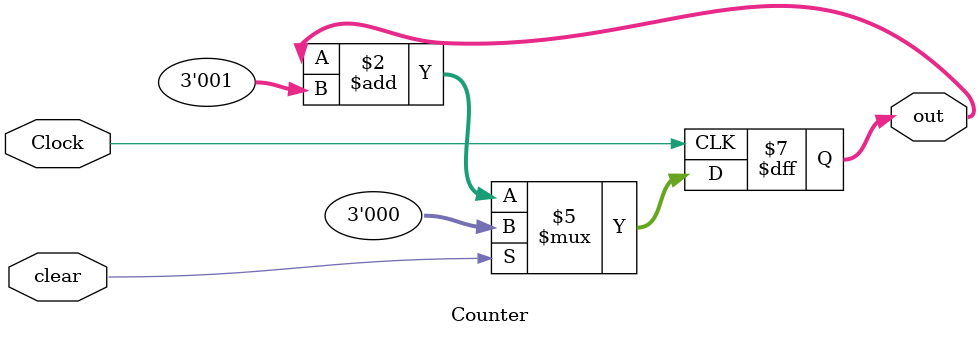
<source format=v>
module Counter(
    input Clock,
    input clear,
    output reg [2:0] out);
    
    initial out = 0;

    always@ (posedge Clock)
        begin 
        if(clear)
            out <= 3'd0;
        else
            out <= out + 3'd1;
    end
endmodule
</source>
